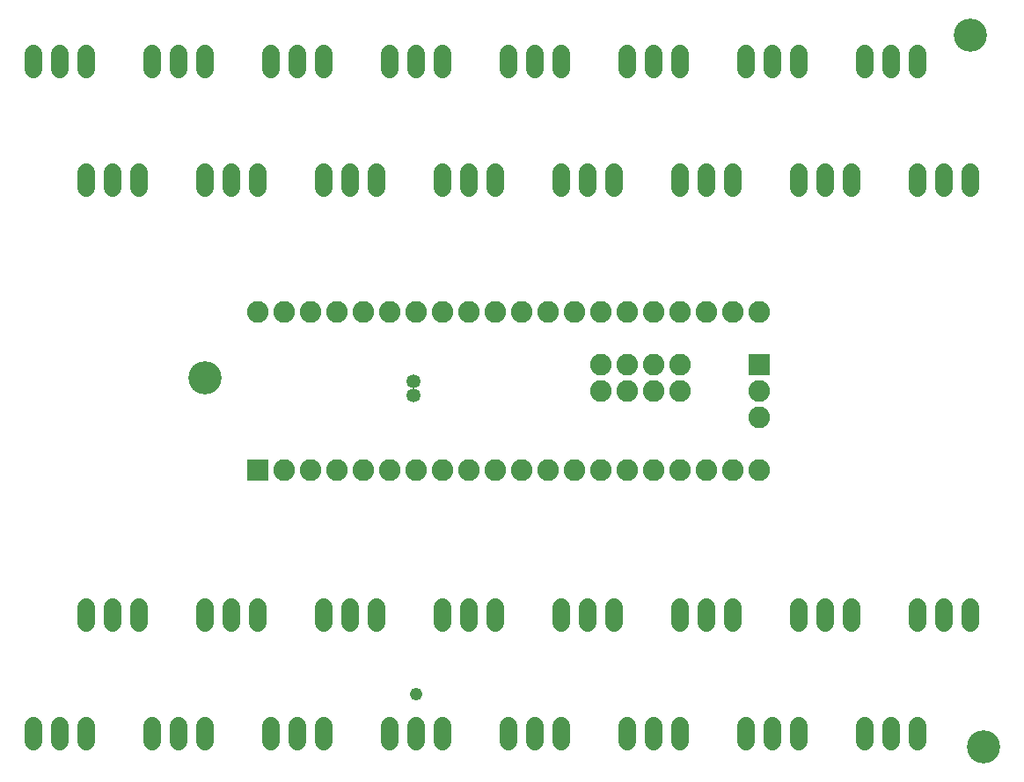
<source format=gts>

f@12: G75*
f@12: %MOIN*%
f@12: %OFA0B0*%
f@12: %FSLAX25Y25*%
f@12: %IPPOS*%
f@12: %LPD*%
f@12: %AMOC8*
f@12: 5,1,8,0,0,1.08239X$1,22.5*
f@12: %
f@12: %ADD10C,0.12611*%
f@12: %ADD11R,0.08200X0.08200*%
f@12: %ADD12C,0.08200*%
f@12: %ADD13C,0.05300*%
f@12: %ADD14C,0.06737*%
f@12: %ADD15C,0.04800*%
f@12: D10*
f@12: X0096800Y0171800D03*
f@12: X0386800Y0301800D03*
f@12: X0391800Y0031800D03*
f@12: D11*
f@12: X0306800Y0176800D03*
f@12: X0116800Y0136800D03*
f@12: D12*
f@12: X0126800Y0136800D03*
f@12: X0136800Y0136800D03*
f@12: X0146800Y0136800D03*
f@12: X0156800Y0136800D03*
f@12: X0166800Y0136800D03*
f@12: X0176800Y0136800D03*
f@12: X0186800Y0136800D03*
f@12: X0196800Y0136800D03*
f@12: X0206800Y0136800D03*
f@12: X0216800Y0136800D03*
f@12: X0226800Y0136800D03*
f@12: X0236800Y0136800D03*
f@12: X0246800Y0136800D03*
f@12: X0256800Y0136800D03*
f@12: X0266800Y0136800D03*
f@12: X0276800Y0136800D03*
f@12: X0286800Y0136800D03*
f@12: X0296800Y0136800D03*
f@12: X0306800Y0136800D03*
f@12: X0306800Y0156800D03*
f@12: X0306800Y0166800D03*
f@12: X0276800Y0166800D03*
f@12: X0276800Y0176800D03*
f@12: X0266800Y0176800D03*
f@12: X0256800Y0176800D03*
f@12: X0246800Y0176800D03*
f@12: X0246800Y0166800D03*
f@12: X0256800Y0166800D03*
f@12: X0266800Y0166800D03*
f@12: X0266800Y0196800D03*
f@12: X0256800Y0196800D03*
f@12: X0246800Y0196800D03*
f@12: X0236800Y0196800D03*
f@12: X0226800Y0196800D03*
f@12: X0216800Y0196800D03*
f@12: X0206800Y0196800D03*
f@12: X0196800Y0196800D03*
f@12: X0186800Y0196800D03*
f@12: X0176800Y0196800D03*
f@12: X0166800Y0196800D03*
f@12: X0156800Y0196800D03*
f@12: X0146800Y0196800D03*
f@12: X0136800Y0196800D03*
f@12: X0126800Y0196800D03*
f@12: X0116800Y0196800D03*
f@12: X0276800Y0196800D03*
f@12: X0286800Y0196800D03*
f@12: X0296800Y0196800D03*
f@12: X0306800Y0196800D03*
f@12: D13*
f@12: X0175800Y0170400D03*
f@12: X0175800Y0165200D03*
f@12: D14*
f@12: X0031800Y0039769D02*
f@12: X0031800Y0033831D01*
f@12: X0041800Y0033831D02*
f@12: X0041800Y0039769D01*
f@12: X0051800Y0039769D02*
f@12: X0051800Y0033831D01*
f@12: X0076800Y0033831D02*
f@12: X0076800Y0039769D01*
f@12: X0086800Y0039769D02*
f@12: X0086800Y0033831D01*
f@12: X0096800Y0033831D02*
f@12: X0096800Y0039769D01*
f@12: X0121800Y0039769D02*
f@12: X0121800Y0033831D01*
f@12: X0131800Y0033831D02*
f@12: X0131800Y0039769D01*
f@12: X0141800Y0039769D02*
f@12: X0141800Y0033831D01*
f@12: X0166800Y0033831D02*
f@12: X0166800Y0039769D01*
f@12: X0176800Y0039769D02*
f@12: X0176800Y0033831D01*
f@12: X0186800Y0033831D02*
f@12: X0186800Y0039769D01*
f@12: X0211800Y0039769D02*
f@12: X0211800Y0033831D01*
f@12: X0221800Y0033831D02*
f@12: X0221800Y0039769D01*
f@12: X0231800Y0039769D02*
f@12: X0231800Y0033831D01*
f@12: X0256800Y0033831D02*
f@12: X0256800Y0039769D01*
f@12: X0266800Y0039769D02*
f@12: X0266800Y0033831D01*
f@12: X0276800Y0033831D02*
f@12: X0276800Y0039769D01*
f@12: X0301800Y0039769D02*
f@12: X0301800Y0033831D01*
f@12: X0311800Y0033831D02*
f@12: X0311800Y0039769D01*
f@12: X0321800Y0039769D02*
f@12: X0321800Y0033831D01*
f@12: X0346800Y0033831D02*
f@12: X0346800Y0039769D01*
f@12: X0356800Y0039769D02*
f@12: X0356800Y0033831D01*
f@12: X0366800Y0033831D02*
f@12: X0366800Y0039769D01*
f@12: X0366800Y0078831D02*
f@12: X0366800Y0084769D01*
f@12: X0376800Y0084769D02*
f@12: X0376800Y0078831D01*
f@12: X0386800Y0078831D02*
f@12: X0386800Y0084769D01*
f@12: X0341800Y0084769D02*
f@12: X0341800Y0078831D01*
f@12: X0331800Y0078831D02*
f@12: X0331800Y0084769D01*
f@12: X0321800Y0084769D02*
f@12: X0321800Y0078831D01*
f@12: X0296800Y0078831D02*
f@12: X0296800Y0084769D01*
f@12: X0286800Y0084769D02*
f@12: X0286800Y0078831D01*
f@12: X0276800Y0078831D02*
f@12: X0276800Y0084769D01*
f@12: X0251800Y0084769D02*
f@12: X0251800Y0078831D01*
f@12: X0241800Y0078831D02*
f@12: X0241800Y0084769D01*
f@12: X0231800Y0084769D02*
f@12: X0231800Y0078831D01*
f@12: X0206800Y0078831D02*
f@12: X0206800Y0084769D01*
f@12: X0196800Y0084769D02*
f@12: X0196800Y0078831D01*
f@12: X0186800Y0078831D02*
f@12: X0186800Y0084769D01*
f@12: X0161800Y0084769D02*
f@12: X0161800Y0078831D01*
f@12: X0151800Y0078831D02*
f@12: X0151800Y0084769D01*
f@12: X0141800Y0084769D02*
f@12: X0141800Y0078831D01*
f@12: X0116800Y0078831D02*
f@12: X0116800Y0084769D01*
f@12: X0106800Y0084769D02*
f@12: X0106800Y0078831D01*
f@12: X0096800Y0078831D02*
f@12: X0096800Y0084769D01*
f@12: X0071800Y0084769D02*
f@12: X0071800Y0078831D01*
f@12: X0061800Y0078831D02*
f@12: X0061800Y0084769D01*
f@12: X0051800Y0084769D02*
f@12: X0051800Y0078831D01*
f@12: X0051800Y0243831D02*
f@12: X0051800Y0249769D01*
f@12: X0061800Y0249769D02*
f@12: X0061800Y0243831D01*
f@12: X0071800Y0243831D02*
f@12: X0071800Y0249769D01*
f@12: X0096800Y0249769D02*
f@12: X0096800Y0243831D01*
f@12: X0106800Y0243831D02*
f@12: X0106800Y0249769D01*
f@12: X0116800Y0249769D02*
f@12: X0116800Y0243831D01*
f@12: X0141800Y0243831D02*
f@12: X0141800Y0249769D01*
f@12: X0151800Y0249769D02*
f@12: X0151800Y0243831D01*
f@12: X0161800Y0243831D02*
f@12: X0161800Y0249769D01*
f@12: X0186800Y0249769D02*
f@12: X0186800Y0243831D01*
f@12: X0196800Y0243831D02*
f@12: X0196800Y0249769D01*
f@12: X0206800Y0249769D02*
f@12: X0206800Y0243831D01*
f@12: X0231800Y0243831D02*
f@12: X0231800Y0249769D01*
f@12: X0241800Y0249769D02*
f@12: X0241800Y0243831D01*
f@12: X0251800Y0243831D02*
f@12: X0251800Y0249769D01*
f@12: X0276800Y0249769D02*
f@12: X0276800Y0243831D01*
f@12: X0286800Y0243831D02*
f@12: X0286800Y0249769D01*
f@12: X0296800Y0249769D02*
f@12: X0296800Y0243831D01*
f@12: X0321800Y0243831D02*
f@12: X0321800Y0249769D01*
f@12: X0331800Y0249769D02*
f@12: X0331800Y0243831D01*
f@12: X0341800Y0243831D02*
f@12: X0341800Y0249769D01*
f@12: X0366800Y0249769D02*
f@12: X0366800Y0243831D01*
f@12: X0376800Y0243831D02*
f@12: X0376800Y0249769D01*
f@12: X0386800Y0249769D02*
f@12: X0386800Y0243831D01*
f@12: X0366800Y0288831D02*
f@12: X0366800Y0294769D01*
f@12: X0356800Y0294769D02*
f@12: X0356800Y0288831D01*
f@12: X0346800Y0288831D02*
f@12: X0346800Y0294769D01*
f@12: X0321800Y0294769D02*
f@12: X0321800Y0288831D01*
f@12: X0311800Y0288831D02*
f@12: X0311800Y0294769D01*
f@12: X0301800Y0294769D02*
f@12: X0301800Y0288831D01*
f@12: X0276800Y0288831D02*
f@12: X0276800Y0294769D01*
f@12: X0266800Y0294769D02*
f@12: X0266800Y0288831D01*
f@12: X0256800Y0288831D02*
f@12: X0256800Y0294769D01*
f@12: X0231800Y0294769D02*
f@12: X0231800Y0288831D01*
f@12: X0221800Y0288831D02*
f@12: X0221800Y0294769D01*
f@12: X0211800Y0294769D02*
f@12: X0211800Y0288831D01*
f@12: X0186800Y0288831D02*
f@12: X0186800Y0294769D01*
f@12: X0176800Y0294769D02*
f@12: X0176800Y0288831D01*
f@12: X0166800Y0288831D02*
f@12: X0166800Y0294769D01*
f@12: X0141800Y0294769D02*
f@12: X0141800Y0288831D01*
f@12: X0131800Y0288831D02*
f@12: X0131800Y0294769D01*
f@12: X0121800Y0294769D02*
f@12: X0121800Y0288831D01*
f@12: X0096800Y0288831D02*
f@12: X0096800Y0294769D01*
f@12: X0086800Y0294769D02*
f@12: X0086800Y0288831D01*
f@12: X0076800Y0288831D02*
f@12: X0076800Y0294769D01*
f@12: X0051800Y0294769D02*
f@12: X0051800Y0288831D01*
f@12: X0041800Y0288831D02*
f@12: X0041800Y0294769D01*
f@12: X0031800Y0294769D02*
f@12: X0031800Y0288831D01*
f@12: D15*
f@12: X0176800Y0051800D03*
f@12: M02*





</source>
